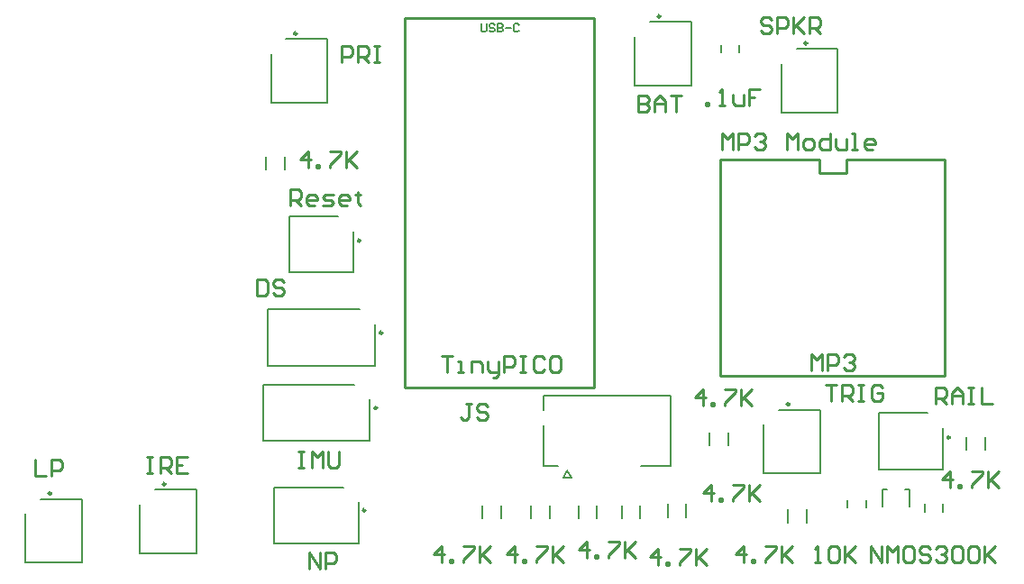
<source format=gbr>
%TF.GenerationSoftware,Altium Limited,Altium Designer,23.1.1 (15)*%
G04 Layer_Color=65535*
%FSLAX45Y45*%
%MOMM*%
%TF.SameCoordinates,C52F0387-6C9F-4DBB-ABB6-C867BCF9EA55*%
%TF.FilePolarity,Positive*%
%TF.FileFunction,Legend,Top*%
%TF.Part,Single*%
G01*
G75*
%TA.AperFunction,NonConductor*%
%ADD28C,0.25000*%
%ADD29C,0.20000*%
%ADD30C,0.25400*%
%ADD31C,0.12700*%
%ADD32C,0.15240*%
D28*
X-1851300Y5064200D02*
G03*
X-1851300Y5064200I-12500J0D01*
G01*
X-3228700Y5316600D02*
G03*
X-3228700Y5316600I-12500J0D01*
G01*
X-6645000Y5154700D02*
G03*
X-6645000Y5154700I-12500J0D01*
G01*
X-5841000Y2343700D02*
G03*
X-5841000Y2343700I-12500J0D01*
G01*
X-5890200Y1638301D02*
G03*
X-5890200Y1638301I-12500J0D01*
G01*
X-509700Y1361600D02*
G03*
X-509700Y1361600I-12500J0D01*
G01*
X-2016400Y1673300D02*
G03*
X-2016400Y1673300I-12500J0D01*
G01*
X-8950600Y835100D02*
G03*
X-8950600Y835100I-12500J0D01*
G01*
X-6001100Y675601D02*
G03*
X-6001100Y675601I-12500J0D01*
G01*
X-7876900Y922399D02*
G03*
X-7876900Y922399I-12500J0D01*
G01*
X-6048500Y3210000D02*
G03*
X-6048500Y3210000I-12500J0D01*
G01*
D29*
X-2093798Y4411701D02*
X-1563797D01*
Y5011699D01*
X-1951299D02*
X-1563797D01*
X-2093798Y4411701D02*
Y4869200D01*
X-2663099Y4979101D02*
Y5049098D01*
X-2493101Y4979101D02*
Y5049098D01*
X-3471200Y4664100D02*
X-2941198D01*
Y5264099D01*
X-3328700D02*
X-2941198D01*
X-3471200Y4664100D02*
Y5121600D01*
X-6887500Y4502201D02*
X-6357498D01*
Y5102200D01*
X-6745000D02*
X-6357498D01*
X-6887500Y4502201D02*
Y4959701D01*
X-6930908Y3877208D02*
Y3996792D01*
X-6759692Y3877208D02*
Y3996792D01*
X-6913499Y2033702D02*
Y2563698D01*
Y2033702D02*
X-5913501D01*
Y2421199D01*
X-6913499Y2563698D02*
X-6056000D01*
X-6962699Y1328303D02*
Y1858300D01*
Y1328303D02*
X-5962701D01*
Y1715800D01*
X-6962699Y1858300D02*
X-6105200D01*
X-2028708Y562508D02*
Y682092D01*
X-1857492Y562508D02*
Y682092D01*
X-1296391Y699226D02*
Y773974D01*
X-1472209Y699226D02*
Y773974D01*
X-885998Y711799D02*
Y874298D01*
X-1146002Y711799D02*
Y874298D01*
X-1100999D01*
X-931001D02*
X-885998D01*
X-748309Y661126D02*
Y735874D01*
X-572491Y661126D02*
Y735874D01*
X-1174699Y1061598D02*
Y1591600D01*
Y1061598D02*
X-574700D01*
Y1449100D01*
X-1174699Y1591600D02*
X-717199D01*
X-2258898Y1020801D02*
X-1728902D01*
Y1620799D01*
X-2116399D02*
X-1728902D01*
X-2258898Y1020801D02*
Y1478300D01*
X-9193098Y182601D02*
X-8663102D01*
Y782599D01*
X-9050599D02*
X-8663102D01*
X-9193098Y182601D02*
Y640100D01*
X-352308Y1245311D02*
Y1364894D01*
X-181092Y1245311D02*
Y1364894D01*
X-4441708Y600608D02*
Y720192D01*
X-4270492Y600608D02*
Y720192D01*
X-3997208Y600608D02*
Y720192D01*
X-3825992Y600608D02*
Y720192D01*
X-4898908Y600608D02*
Y720192D01*
X-4727692Y600608D02*
Y720192D01*
X-2987792Y613308D02*
Y732897D01*
X-3159008Y613308D02*
Y732897D01*
X-3590808Y600608D02*
Y720192D01*
X-3419592Y600608D02*
Y720192D01*
X-2765308Y1286403D02*
Y1405992D01*
X-2594092Y1286403D02*
Y1405992D01*
X-6861099Y363103D02*
Y893100D01*
Y363103D02*
X-6061100D01*
Y750600D01*
X-6861099Y893100D02*
X-6203599D01*
X-8119400Y269900D02*
X-7589398D01*
Y869899D01*
X-7976900D02*
X-7589398D01*
X-8119400Y269900D02*
Y727400D01*
X-6713499Y2910002D02*
Y3439998D01*
Y2910002D02*
X-6113501D01*
Y3297499D01*
X-6713499Y3439998D02*
X-6256000D01*
D30*
X-5627370Y1829435D02*
X-3849370D01*
X-5627370Y5296535D02*
X-3849370D01*
X-5627370Y1829435D02*
Y5296535D01*
X-3849370Y1829435D02*
Y5296535D01*
X-2667000Y1943100D02*
Y3975100D01*
Y1943100D02*
X-558800D01*
X-1485900Y3975100D02*
X-558800D01*
X-2667000D02*
X-1739900D01*
X-558800Y1943100D02*
Y3975100D01*
X-1739900Y3848100D02*
Y3975100D01*
Y3848100D02*
X-1485900D01*
Y3975100D01*
X-2451038Y190525D02*
Y342875D01*
X-2527214Y266700D01*
X-2425646D01*
X-2374863Y190525D02*
Y215917D01*
X-2349471D01*
Y190525D01*
X-2374863D01*
X-2247904Y342875D02*
X-2146337D01*
Y317483D01*
X-2247904Y215917D01*
Y190525D01*
X-2095553Y342875D02*
Y190525D01*
Y241308D01*
X-1993986Y342875D01*
X-2070161Y266700D01*
X-1993986Y190525D01*
X-2832038Y1663725D02*
Y1816075D01*
X-2908214Y1739900D01*
X-2806646D01*
X-2755863Y1663725D02*
Y1689117D01*
X-2730471D01*
Y1663725D01*
X-2755863D01*
X-2628904Y1816075D02*
X-2527337D01*
Y1790683D01*
X-2628904Y1689117D01*
Y1663725D01*
X-2476553Y1816075D02*
Y1663725D01*
Y1714508D01*
X-2374986Y1816075D01*
X-2451161Y1739900D01*
X-2374986Y1663725D01*
X-507938Y889025D02*
Y1041375D01*
X-584114Y965200D01*
X-482546D01*
X-431763Y889025D02*
Y914417D01*
X-406371D01*
Y889025D01*
X-431763D01*
X-304804Y1041375D02*
X-203237D01*
Y1015983D01*
X-304804Y914417D01*
Y889025D01*
X-152453Y1041375D02*
Y889025D01*
Y939808D01*
X-50886Y1041375D01*
X-127061Y965200D01*
X-50886Y889025D01*
X-5283138Y190525D02*
Y342875D01*
X-5359314Y266700D01*
X-5257746D01*
X-5206963Y190525D02*
Y215917D01*
X-5181571D01*
Y190525D01*
X-5206963D01*
X-5080004Y342875D02*
X-4978437D01*
Y317483D01*
X-5080004Y215917D01*
Y190525D01*
X-4927653Y342875D02*
Y190525D01*
Y241308D01*
X-4826086Y342875D01*
X-4902261Y266700D01*
X-4826086Y190525D01*
X-4597338D02*
Y342875D01*
X-4673514Y266700D01*
X-4571946D01*
X-4521163Y190525D02*
Y215917D01*
X-4495771D01*
Y190525D01*
X-4521163D01*
X-4394204Y342875D02*
X-4292637D01*
Y317483D01*
X-4394204Y215917D01*
Y190525D01*
X-4241853Y342875D02*
Y190525D01*
Y241308D01*
X-4140286Y342875D01*
X-4216461Y266700D01*
X-4140286Y190525D01*
X-3924238Y228625D02*
Y380975D01*
X-4000414Y304800D01*
X-3898846D01*
X-3848063Y228625D02*
Y254017D01*
X-3822671D01*
Y228625D01*
X-3848063D01*
X-3721104Y380975D02*
X-3619537D01*
Y355583D01*
X-3721104Y254017D01*
Y228625D01*
X-3568753Y380975D02*
Y228625D01*
Y279408D01*
X-3467186Y380975D01*
X-3543361Y304800D01*
X-3467186Y228625D01*
X-3251138Y165125D02*
Y317475D01*
X-3327314Y241300D01*
X-3225746D01*
X-3174963Y165125D02*
Y190517D01*
X-3149571D01*
Y165125D01*
X-3174963D01*
X-3048004Y317475D02*
X-2946437D01*
Y292083D01*
X-3048004Y190517D01*
Y165125D01*
X-2895653Y317475D02*
Y165125D01*
Y215908D01*
X-2794086Y317475D01*
X-2870261Y241300D01*
X-2794086Y165125D01*
X-2755838Y762025D02*
Y914375D01*
X-2832014Y838200D01*
X-2730446D01*
X-2679663Y762025D02*
Y787417D01*
X-2654271D01*
Y762025D01*
X-2679663D01*
X-2552704Y914375D02*
X-2451137D01*
Y888983D01*
X-2552704Y787417D01*
Y762025D01*
X-2400353Y914375D02*
Y762025D01*
Y812808D01*
X-2298786Y914375D01*
X-2374961Y838200D01*
X-2298786Y762025D01*
X-6540438Y3898925D02*
Y4051275D01*
X-6616614Y3975100D01*
X-6515046D01*
X-6464263Y3898925D02*
Y3924317D01*
X-6438871D01*
Y3898925D01*
X-6464263D01*
X-6337304Y4051275D02*
X-6235737D01*
Y4025883D01*
X-6337304Y3924317D01*
Y3898925D01*
X-6184953Y4051275D02*
Y3898925D01*
Y3949708D01*
X-6083386Y4051275D01*
X-6159561Y3975100D01*
X-6083386Y3898925D01*
X-3441634Y4571975D02*
Y4419625D01*
X-3365459D01*
X-3340067Y4445017D01*
Y4470408D01*
X-3365459Y4495800D01*
X-3441634D01*
X-3365459D01*
X-3340067Y4521192D01*
Y4546583D01*
X-3365459Y4571975D01*
X-3441634D01*
X-3289283Y4419625D02*
Y4521192D01*
X-3238500Y4571975D01*
X-3187716Y4521192D01*
Y4419625D01*
Y4495800D01*
X-3289283D01*
X-3136933Y4571975D02*
X-3035366D01*
X-3086149D01*
Y4419625D01*
X-7023059Y2844775D02*
Y2692425D01*
X-6946883D01*
X-6921492Y2717817D01*
Y2819383D01*
X-6946883Y2844775D01*
X-7023059D01*
X-6769141Y2819383D02*
X-6794533Y2844775D01*
X-6845316D01*
X-6870708Y2819383D01*
Y2793992D01*
X-6845316Y2768600D01*
X-6794533D01*
X-6769141Y2743208D01*
Y2717817D01*
X-6794533Y2692425D01*
X-6845316D01*
X-6870708Y2717817D01*
X-8051738Y1181075D02*
X-8000955D01*
X-8026346D01*
Y1028725D01*
X-8051738D01*
X-8000955D01*
X-7924779D02*
Y1181075D01*
X-7848604D01*
X-7823212Y1155683D01*
Y1104900D01*
X-7848604Y1079508D01*
X-7924779D01*
X-7873996D02*
X-7823212Y1028725D01*
X-7670861Y1181075D02*
X-7772429D01*
Y1028725D01*
X-7670861D01*
X-7772429Y1104900D02*
X-7721645D01*
X-5003792Y1676375D02*
X-5054575D01*
X-5029183D01*
Y1549417D01*
X-5054575Y1524025D01*
X-5079967D01*
X-5105359Y1549417D01*
X-4851441Y1650983D02*
X-4876833Y1676375D01*
X-4927616D01*
X-4953008Y1650983D01*
Y1625592D01*
X-4927616Y1600200D01*
X-4876833D01*
X-4851441Y1574808D01*
Y1549417D01*
X-4876833Y1524025D01*
X-4927616D01*
X-4953008Y1549417D01*
X-9105859Y1155675D02*
Y1003325D01*
X-9004292D01*
X-8953508D02*
Y1155675D01*
X-8877333D01*
X-8851941Y1130283D01*
Y1079500D01*
X-8877333Y1054108D01*
X-8953508D01*
X-6527759Y127025D02*
Y279375D01*
X-6426192Y127025D01*
Y279375D01*
X-6375408Y127025D02*
Y279375D01*
X-6299233D01*
X-6273841Y253983D01*
Y203200D01*
X-6299233Y177808D01*
X-6375408D01*
X-6222942Y4889525D02*
Y5041875D01*
X-6146767D01*
X-6121375Y5016483D01*
Y4965700D01*
X-6146767Y4940308D01*
X-6222942D01*
X-6070592Y4889525D02*
Y5041875D01*
X-5994416D01*
X-5969024Y5016483D01*
Y4965700D01*
X-5994416Y4940308D01*
X-6070592D01*
X-6019808D02*
X-5969024Y4889525D01*
X-5918241Y5041875D02*
X-5867457D01*
X-5892849D01*
Y4889525D01*
X-5918241D01*
X-5867457D01*
X-647614Y1676425D02*
Y1828775D01*
X-571438D01*
X-546046Y1803383D01*
Y1752600D01*
X-571438Y1727208D01*
X-647614D01*
X-596830D02*
X-546046Y1676425D01*
X-495263D02*
Y1777992D01*
X-444479Y1828775D01*
X-393696Y1777992D01*
Y1676425D01*
Y1752600D01*
X-495263D01*
X-342912Y1828775D02*
X-292129D01*
X-317520D01*
Y1676425D01*
X-342912D01*
X-292129D01*
X-215953Y1828775D02*
Y1676425D01*
X-114386D01*
X-2184342Y5283183D02*
X-2209734Y5308575D01*
X-2260518D01*
X-2285910Y5283183D01*
Y5257792D01*
X-2260518Y5232400D01*
X-2209734D01*
X-2184342Y5207008D01*
Y5181617D01*
X-2209734Y5156225D01*
X-2260518D01*
X-2285910Y5181617D01*
X-2133559Y5156225D02*
Y5308575D01*
X-2057383D01*
X-2031992Y5283183D01*
Y5232400D01*
X-2057383Y5207008D01*
X-2133559D01*
X-1981208Y5308575D02*
Y5156225D01*
Y5207008D01*
X-1879641Y5308575D01*
X-1955816Y5232400D01*
X-1879641Y5156225D01*
X-1828857D02*
Y5308575D01*
X-1752682D01*
X-1727290Y5283183D01*
Y5232400D01*
X-1752682Y5207008D01*
X-1828857D01*
X-1778074D02*
X-1727290Y5156225D01*
X-1676314Y1854175D02*
X-1574746D01*
X-1625530D01*
Y1701825D01*
X-1523963D02*
Y1854175D01*
X-1447788D01*
X-1422396Y1828783D01*
Y1778000D01*
X-1447788Y1752608D01*
X-1523963D01*
X-1473179D02*
X-1422396Y1701825D01*
X-1371612Y1854175D02*
X-1320829D01*
X-1346220D01*
Y1701825D01*
X-1371612D01*
X-1320829D01*
X-1143086Y1828783D02*
X-1168478Y1854175D01*
X-1219261D01*
X-1244653Y1828783D01*
Y1727217D01*
X-1219261Y1701825D01*
X-1168478D01*
X-1143086Y1727217D01*
Y1778000D01*
X-1193870D01*
X-2806618Y4483125D02*
Y4508517D01*
X-2781226D01*
Y4483125D01*
X-2806618D01*
X-2679659D02*
X-2628875D01*
X-2654267D01*
Y4635475D01*
X-2679659Y4610083D01*
X-2552700Y4584692D02*
Y4508517D01*
X-2527308Y4483125D01*
X-2451133D01*
Y4584692D01*
X-2298782Y4635475D02*
X-2400349D01*
Y4559300D01*
X-2349566D01*
X-2400349D01*
Y4483125D01*
X-6629338Y1231875D02*
X-6578555D01*
X-6603946D01*
Y1079525D01*
X-6629338D01*
X-6578555D01*
X-6502379D02*
Y1231875D01*
X-6451596Y1181092D01*
X-6400812Y1231875D01*
Y1079525D01*
X-6350029Y1231875D02*
Y1104917D01*
X-6324637Y1079525D01*
X-6273853D01*
X-6248461Y1104917D01*
Y1231875D01*
X-5284470Y2121469D02*
X-5182903D01*
X-5233687D01*
Y1969118D01*
X-5132119D02*
X-5081336D01*
X-5106727D01*
Y2070686D01*
X-5132119D01*
X-5005160Y1969118D02*
Y2070686D01*
X-4928985D01*
X-4903593Y2045294D01*
Y1969118D01*
X-4852810Y2070686D02*
Y1994510D01*
X-4827418Y1969118D01*
X-4751242D01*
Y1943727D01*
X-4776634Y1918335D01*
X-4802026D01*
X-4751242Y1969118D02*
Y2070686D01*
X-4700459Y1969118D02*
Y2121469D01*
X-4624284D01*
X-4598892Y2096077D01*
Y2045294D01*
X-4624284Y2019902D01*
X-4700459D01*
X-4548108Y2121469D02*
X-4497325D01*
X-4522716D01*
Y1969118D01*
X-4548108D01*
X-4497325D01*
X-4319582Y2096077D02*
X-4344974Y2121469D01*
X-4395758D01*
X-4421149Y2096077D01*
Y1994510D01*
X-4395758Y1969118D01*
X-4344974D01*
X-4319582Y1994510D01*
X-4192623Y2121469D02*
X-4243407D01*
X-4268799Y2096077D01*
Y1994510D01*
X-4243407Y1969118D01*
X-4192623D01*
X-4167231Y1994510D01*
Y2096077D01*
X-4192623Y2121469D01*
X-1777938Y190525D02*
X-1727155D01*
X-1752546D01*
Y342875D01*
X-1777938Y317483D01*
X-1650979D02*
X-1625588Y342875D01*
X-1574804D01*
X-1549412Y317483D01*
Y215917D01*
X-1574804Y190525D01*
X-1625588D01*
X-1650979Y215917D01*
Y317483D01*
X-1498629Y342875D02*
Y190525D01*
Y241308D01*
X-1397061Y342875D01*
X-1473237Y266700D01*
X-1397061Y190525D01*
X-1257210D02*
Y342875D01*
X-1155642Y190525D01*
Y342875D01*
X-1104859Y190525D02*
Y342875D01*
X-1054075Y292092D01*
X-1003292Y342875D01*
Y190525D01*
X-876333Y342875D02*
X-927116D01*
X-952508Y317483D01*
Y215917D01*
X-927116Y190525D01*
X-876333D01*
X-850941Y215917D01*
Y317483D01*
X-876333Y342875D01*
X-698590Y317483D02*
X-723982Y342875D01*
X-774766D01*
X-800157Y317483D01*
Y292092D01*
X-774766Y266700D01*
X-723982D01*
X-698590Y241308D01*
Y215917D01*
X-723982Y190525D01*
X-774766D01*
X-800157Y215917D01*
X-647610Y317483D02*
X-622218Y342875D01*
X-571434D01*
X-546042Y317483D01*
Y292092D01*
X-571434Y266700D01*
X-596826D01*
X-571434D01*
X-546042Y241308D01*
Y215917D01*
X-571434Y190525D01*
X-622218D01*
X-647610Y215917D01*
X-495259Y317483D02*
X-469867Y342875D01*
X-419083D01*
X-393692Y317483D01*
Y215917D01*
X-419083Y190525D01*
X-469867D01*
X-495259Y215917D01*
Y317483D01*
X-342908D02*
X-317516Y342875D01*
X-266733D01*
X-241341Y317483D01*
Y215917D01*
X-266733Y190525D01*
X-317516D01*
X-342908Y215917D01*
Y317483D01*
X-190557Y342875D02*
Y190525D01*
Y241308D01*
X-88990Y342875D01*
X-165166Y266700D01*
X-88990Y190525D01*
X-6708140Y3540760D02*
Y3693111D01*
X-6631965D01*
X-6606573Y3667719D01*
Y3616935D01*
X-6631965Y3591543D01*
X-6708140D01*
X-6657357D02*
X-6606573Y3540760D01*
X-6479614D02*
X-6530397D01*
X-6555789Y3566152D01*
Y3616935D01*
X-6530397Y3642327D01*
X-6479614D01*
X-6454222Y3616935D01*
Y3591543D01*
X-6555789D01*
X-6403439Y3540760D02*
X-6327263D01*
X-6301871Y3566152D01*
X-6327263Y3591543D01*
X-6378047D01*
X-6403439Y3616935D01*
X-6378047Y3642327D01*
X-6301871D01*
X-6174912Y3540760D02*
X-6225696D01*
X-6251088Y3566152D01*
Y3616935D01*
X-6225696Y3642327D01*
X-6174912D01*
X-6149521Y3616935D01*
Y3591543D01*
X-6251088D01*
X-6073345Y3667719D02*
Y3642327D01*
X-6098737D01*
X-6047954D01*
X-6073345D01*
Y3566152D01*
X-6047954Y3540760D01*
X-2654300Y4064000D02*
Y4216351D01*
X-2603517Y4165567D01*
X-2552733Y4216351D01*
Y4064000D01*
X-2501949D02*
Y4216351D01*
X-2425774D01*
X-2400382Y4190959D01*
Y4140175D01*
X-2425774Y4114783D01*
X-2501949D01*
X-2349599Y4190959D02*
X-2324207Y4216351D01*
X-2273423D01*
X-2248031Y4190959D01*
Y4165567D01*
X-2273423Y4140175D01*
X-2298815D01*
X-2273423D01*
X-2248031Y4114783D01*
Y4089392D01*
X-2273423Y4064000D01*
X-2324207D01*
X-2349599Y4089392D01*
X-2044897Y4064000D02*
Y4216351D01*
X-1994114Y4165567D01*
X-1943330Y4216351D01*
Y4064000D01*
X-1867155D02*
X-1816371D01*
X-1790979Y4089392D01*
Y4140175D01*
X-1816371Y4165567D01*
X-1867155D01*
X-1892546Y4140175D01*
Y4089392D01*
X-1867155Y4064000D01*
X-1638628Y4216351D02*
Y4064000D01*
X-1714804D01*
X-1740196Y4089392D01*
Y4140175D01*
X-1714804Y4165567D01*
X-1638628D01*
X-1587845D02*
Y4089392D01*
X-1562453Y4064000D01*
X-1486278D01*
Y4165567D01*
X-1435494Y4064000D02*
X-1384711D01*
X-1410102D01*
Y4216351D01*
X-1435494D01*
X-1232360Y4064000D02*
X-1283143D01*
X-1308535Y4089392D01*
Y4140175D01*
X-1283143Y4165567D01*
X-1232360D01*
X-1206968Y4140175D01*
Y4114783D01*
X-1308535D01*
X-1816100Y1993900D02*
Y2146251D01*
X-1765317Y2095467D01*
X-1714533Y2146251D01*
Y1993900D01*
X-1663749D02*
Y2146251D01*
X-1587574D01*
X-1562182Y2120859D01*
Y2070075D01*
X-1587574Y2044683D01*
X-1663749D01*
X-1511399Y2120859D02*
X-1486007Y2146251D01*
X-1435223D01*
X-1409831Y2120859D01*
Y2095467D01*
X-1435223Y2070075D01*
X-1460615D01*
X-1435223D01*
X-1409831Y2044683D01*
Y2019292D01*
X-1435223Y1993900D01*
X-1486007D01*
X-1511399Y2019292D01*
D31*
X-4142801Y982599D02*
X-4062801D01*
X-4102801Y1052601D02*
X-4062801Y982599D01*
X-4142801D02*
X-4102801Y1052601D01*
X-4322801Y1750598D02*
X-3132800D01*
Y1095599D02*
Y1750598D01*
X-3412800Y1095599D02*
X-3132800D01*
X-4322801D02*
X-4192798D01*
X-4322801Y1621602D02*
Y1750598D01*
Y1095599D02*
Y1476599D01*
D32*
X-4913630Y5248250D02*
Y5184771D01*
X-4900934Y5172075D01*
X-4875542D01*
X-4862847Y5184771D01*
Y5248250D01*
X-4786671Y5235554D02*
X-4799367Y5248250D01*
X-4824759D01*
X-4837455Y5235554D01*
Y5222858D01*
X-4824759Y5210163D01*
X-4799367D01*
X-4786671Y5197467D01*
Y5184771D01*
X-4799367Y5172075D01*
X-4824759D01*
X-4837455Y5184771D01*
X-4761279Y5248250D02*
Y5172075D01*
X-4723191D01*
X-4710496Y5184771D01*
Y5197467D01*
X-4723191Y5210163D01*
X-4761279D01*
X-4723191D01*
X-4710496Y5222858D01*
Y5235554D01*
X-4723191Y5248250D01*
X-4761279D01*
X-4685104Y5210163D02*
X-4634320D01*
X-4558145Y5235554D02*
X-4570841Y5248250D01*
X-4596233D01*
X-4608929Y5235554D01*
Y5184771D01*
X-4596233Y5172075D01*
X-4570841D01*
X-4558145Y5184771D01*
%TF.MD5,835d71b936309698eed61a7362c5e59e*%
M02*

</source>
